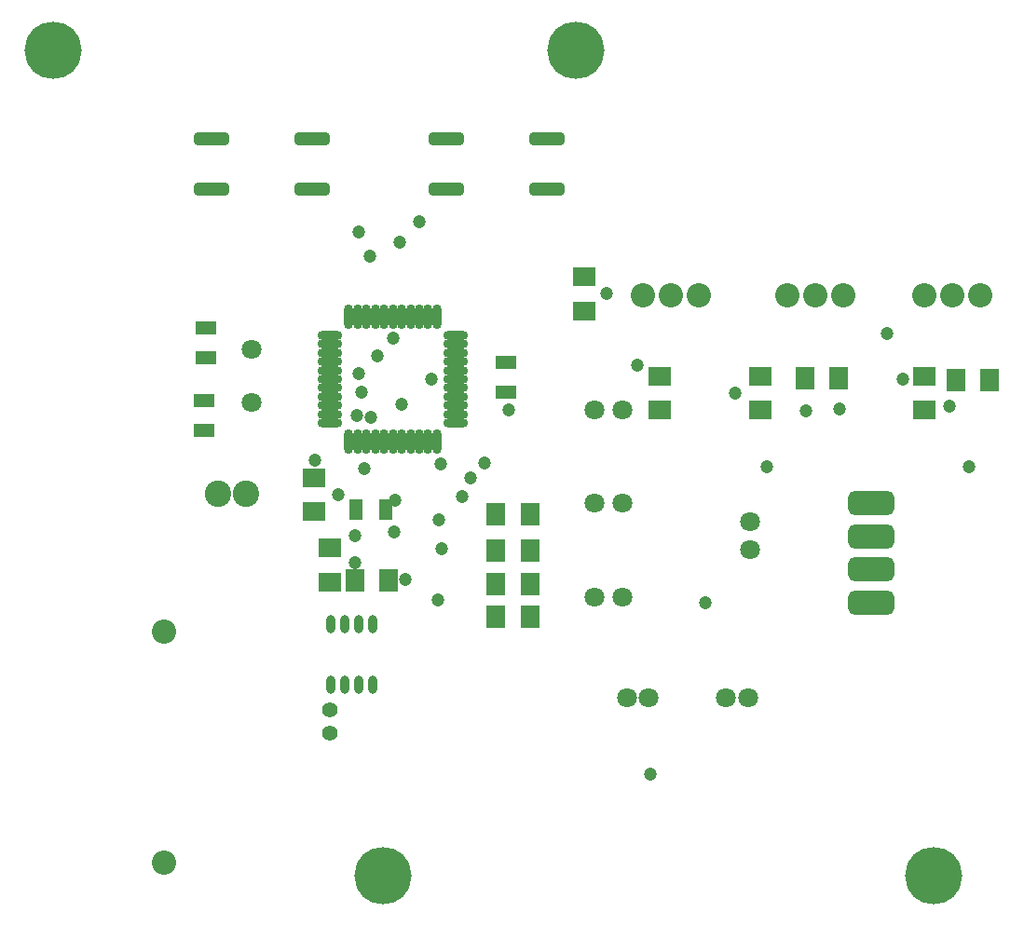
<source format=gts>
G04 Layer_Color=8388736*
%FSLAX24Y24*%
%MOIN*%
G70*
G01*
G75*
%ADD35R,0.0828X0.0671*%
%ADD36R,0.0671X0.0828*%
G04:AMPARAMS|DCode=37|XSize=126.1mil|YSize=47.4mil|CornerRadius=13.8mil|HoleSize=0mil|Usage=FLASHONLY|Rotation=180.000|XOffset=0mil|YOffset=0mil|HoleType=Round|Shape=RoundedRectangle|*
%AMROUNDEDRECTD37*
21,1,0.1261,0.0197,0,0,180.0*
21,1,0.0984,0.0474,0,0,180.0*
1,1,0.0277,-0.0492,0.0098*
1,1,0.0277,0.0492,0.0098*
1,1,0.0277,0.0492,-0.0098*
1,1,0.0277,-0.0492,-0.0098*
%
%ADD37ROUNDEDRECTD37*%
%ADD38O,0.0316X0.0887*%
%ADD39O,0.0887X0.0316*%
%ADD40R,0.0749X0.0513*%
%ADD41R,0.0513X0.0749*%
%ADD42O,0.0316X0.0651*%
G04:AMPARAMS|DCode=43|XSize=165.5mil|YSize=86.7mil|CornerRadius=23.7mil|HoleSize=0mil|Usage=FLASHONLY|Rotation=180.000|XOffset=0mil|YOffset=0mil|HoleType=Round|Shape=RoundedRectangle|*
%AMROUNDEDRECTD43*
21,1,0.1655,0.0394,0,0,180.0*
21,1,0.1181,0.0867,0,0,180.0*
1,1,0.0474,-0.0591,0.0197*
1,1,0.0474,0.0591,0.0197*
1,1,0.0474,0.0591,-0.0197*
1,1,0.0474,-0.0591,-0.0197*
%
%ADD43ROUNDEDRECTD43*%
%ADD44C,0.0867*%
%ADD45C,0.0710*%
%ADD46C,0.0946*%
%ADD47C,0.0552*%
%ADD48C,0.2049*%
%ADD49C,0.0474*%
D35*
X23678Y18613D02*
D03*
Y19833D02*
D03*
X20978Y23383D02*
D03*
Y22163D02*
D03*
X33128Y18613D02*
D03*
Y19833D02*
D03*
X27278Y18613D02*
D03*
Y19833D02*
D03*
X11299Y16201D02*
D03*
Y14980D02*
D03*
X11878Y13683D02*
D03*
Y12463D02*
D03*
D36*
X35488Y19673D02*
D03*
X34268D02*
D03*
X30088Y19755D02*
D03*
X28868D02*
D03*
X17818Y14873D02*
D03*
X19038D02*
D03*
X17818Y13573D02*
D03*
X19038D02*
D03*
X17818Y12373D02*
D03*
X19038D02*
D03*
X17818Y11223D02*
D03*
X19038D02*
D03*
X13988Y12523D02*
D03*
X12768D02*
D03*
D37*
X11228Y28309D02*
D03*
Y26537D02*
D03*
X7628Y28309D02*
D03*
Y26537D02*
D03*
X16028D02*
D03*
Y28309D02*
D03*
X19628Y26537D02*
D03*
Y28309D02*
D03*
D38*
X12553Y21967D02*
D03*
X12868D02*
D03*
X13183D02*
D03*
X13498D02*
D03*
X13813D02*
D03*
X14128D02*
D03*
X14443D02*
D03*
X14758D02*
D03*
X15073D02*
D03*
X15388D02*
D03*
X15703D02*
D03*
X15703Y17479D02*
D03*
X15388Y17479D02*
D03*
X15073D02*
D03*
X14758Y17479D02*
D03*
X14443D02*
D03*
X14128D02*
D03*
X13813D02*
D03*
X13498D02*
D03*
X13183D02*
D03*
X12868D02*
D03*
X12553D02*
D03*
D39*
X16372Y21298D02*
D03*
Y20983D02*
D03*
Y20668D02*
D03*
Y20353D02*
D03*
Y20038D02*
D03*
Y19723D02*
D03*
Y19408D02*
D03*
Y19093D02*
D03*
Y18778D02*
D03*
Y18463D02*
D03*
Y18148D02*
D03*
X11884D02*
D03*
Y18463D02*
D03*
Y18778D02*
D03*
Y19093D02*
D03*
Y19408D02*
D03*
Y19723D02*
D03*
Y20038D02*
D03*
Y20353D02*
D03*
X11884Y20668D02*
D03*
Y20983D02*
D03*
X11884Y21298D02*
D03*
D40*
X7378Y17892D02*
D03*
Y18955D02*
D03*
X7428Y21555D02*
D03*
Y20492D02*
D03*
X18178Y20305D02*
D03*
Y19242D02*
D03*
D41*
X12796Y15052D02*
D03*
X13859D02*
D03*
D42*
X11897Y8800D02*
D03*
X12397D02*
D03*
X12897D02*
D03*
X13397D02*
D03*
X11897Y10946D02*
D03*
X12397D02*
D03*
X12897D02*
D03*
X13397D02*
D03*
D43*
X31228Y12911D02*
D03*
Y11711D02*
D03*
Y14073D02*
D03*
Y15273D02*
D03*
D44*
X25078Y22723D02*
D03*
X24078D02*
D03*
X23078D02*
D03*
X35128D02*
D03*
X34128D02*
D03*
X33128D02*
D03*
X30228D02*
D03*
X29228D02*
D03*
X28228D02*
D03*
X5928Y2406D02*
D03*
Y10673D02*
D03*
D45*
X26890Y13622D02*
D03*
Y14622D02*
D03*
X9078Y18873D02*
D03*
Y20794D02*
D03*
X21328Y11910D02*
D03*
X22328D02*
D03*
X21328Y15273D02*
D03*
X22328D02*
D03*
X21328Y18623D02*
D03*
X22328D02*
D03*
X26828Y8323D02*
D03*
X26041D02*
D03*
X23278D02*
D03*
X22491D02*
D03*
D46*
X8878Y15623D02*
D03*
X7878D02*
D03*
D47*
X11878Y7887D02*
D03*
Y7060D02*
D03*
D48*
X1969Y31496D02*
D03*
X20669D02*
D03*
X13780Y1969D02*
D03*
X33465D02*
D03*
D49*
X18268Y18622D02*
D03*
X21772Y22795D02*
D03*
X14134Y21181D02*
D03*
X12992Y19252D02*
D03*
X13346Y18346D02*
D03*
X15512Y19724D02*
D03*
X14449Y18819D02*
D03*
X13583Y20551D02*
D03*
X12913Y19921D02*
D03*
X34055Y18740D02*
D03*
X34724Y16575D02*
D03*
X28898Y18583D02*
D03*
X26378Y19213D02*
D03*
X22874Y20236D02*
D03*
X30118Y18661D02*
D03*
X27520Y16575D02*
D03*
X13110Y16535D02*
D03*
X16890Y16181D02*
D03*
X25315Y11732D02*
D03*
X32362Y19724D02*
D03*
X31811Y21339D02*
D03*
X11339Y16811D02*
D03*
X12835Y18425D02*
D03*
X12913Y25000D02*
D03*
X15079Y25354D02*
D03*
X13307Y24134D02*
D03*
X14370Y24606D02*
D03*
X23346Y5591D02*
D03*
X14213Y15394D02*
D03*
X12165Y15591D02*
D03*
X17402Y16732D02*
D03*
X15748Y11811D02*
D03*
X16614Y15512D02*
D03*
X15866Y13661D02*
D03*
X14567Y12559D02*
D03*
X14173Y14252D02*
D03*
X15827Y16693D02*
D03*
X15787Y14685D02*
D03*
X12756Y14134D02*
D03*
X12756Y13150D02*
D03*
M02*

</source>
